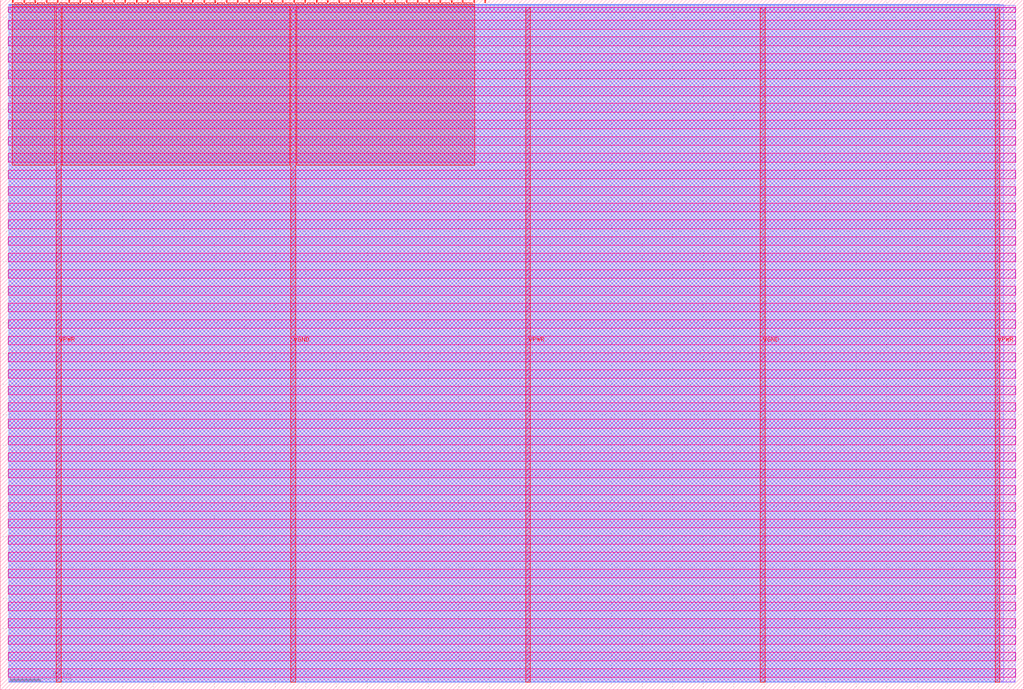
<source format=lef>
VERSION 5.7 ;
  NOWIREEXTENSIONATPIN ON ;
  DIVIDERCHAR "/" ;
  BUSBITCHARS "[]" ;
MACRO tt_um_jv_sigdel
  CLASS BLOCK ;
  FOREIGN tt_um_jv_sigdel ;
  ORIGIN 0.000 0.000 ;
  SIZE 334.880 BY 225.760 ;
  PIN VGND
    DIRECTION INOUT ;
    USE GROUND ;
    PORT
      LAYER met4 ;
        RECT 95.080 2.480 96.680 223.280 ;
    END
    PORT
      LAYER met4 ;
        RECT 248.680 2.480 250.280 223.280 ;
    END
  END VGND
  PIN VPWR
    DIRECTION INOUT ;
    USE POWER ;
    PORT
      LAYER met4 ;
        RECT 18.280 2.480 19.880 223.280 ;
    END
    PORT
      LAYER met4 ;
        RECT 171.880 2.480 173.480 223.280 ;
    END
    PORT
      LAYER met4 ;
        RECT 325.480 2.480 327.080 223.280 ;
    END
  END VPWR
  PIN clk
    DIRECTION INPUT ;
    USE SIGNAL ;
    ANTENNAGATEAREA 0.852000 ;
    PORT
      LAYER met4 ;
        RECT 154.870 224.760 155.170 225.760 ;
    END
  END clk
  PIN ena
    DIRECTION INPUT ;
    USE SIGNAL ;
    PORT
      LAYER met4 ;
        RECT 158.550 224.760 158.850 225.760 ;
    END
  END ena
  PIN rst_n
    DIRECTION INPUT ;
    USE SIGNAL ;
    ANTENNAGATEAREA 0.213000 ;
    PORT
      LAYER met4 ;
        RECT 151.190 224.760 151.490 225.760 ;
    END
  END rst_n
  PIN ui_in[0]
    DIRECTION INPUT ;
    USE SIGNAL ;
    ANTENNAGATEAREA 0.196500 ;
    PORT
      LAYER met4 ;
        RECT 147.510 224.760 147.810 225.760 ;
    END
  END ui_in[0]
  PIN ui_in[1]
    DIRECTION INPUT ;
    USE SIGNAL ;
    ANTENNAGATEAREA 0.213000 ;
    PORT
      LAYER met4 ;
        RECT 143.830 224.760 144.130 225.760 ;
    END
  END ui_in[1]
  PIN ui_in[2]
    DIRECTION INPUT ;
    USE SIGNAL ;
    ANTENNAGATEAREA 0.196500 ;
    PORT
      LAYER met4 ;
        RECT 140.150 224.760 140.450 225.760 ;
    END
  END ui_in[2]
  PIN ui_in[3]
    DIRECTION INPUT ;
    USE SIGNAL ;
    ANTENNAGATEAREA 0.213000 ;
    PORT
      LAYER met4 ;
        RECT 136.470 224.760 136.770 225.760 ;
    END
  END ui_in[3]
  PIN ui_in[4]
    DIRECTION INPUT ;
    USE SIGNAL ;
    ANTENNAGATEAREA 0.159000 ;
    PORT
      LAYER met4 ;
        RECT 132.790 224.760 133.090 225.760 ;
    END
  END ui_in[4]
  PIN ui_in[5]
    DIRECTION INPUT ;
    USE SIGNAL ;
    ANTENNAGATEAREA 0.159000 ;
    PORT
      LAYER met4 ;
        RECT 129.110 224.760 129.410 225.760 ;
    END
  END ui_in[5]
  PIN ui_in[6]
    DIRECTION INPUT ;
    USE SIGNAL ;
    ANTENNAGATEAREA 0.196500 ;
    PORT
      LAYER met4 ;
        RECT 125.430 224.760 125.730 225.760 ;
    END
  END ui_in[6]
  PIN ui_in[7]
    DIRECTION INPUT ;
    USE SIGNAL ;
    PORT
      LAYER met4 ;
        RECT 121.750 224.760 122.050 225.760 ;
    END
  END ui_in[7]
  PIN uio_in[0]
    DIRECTION INPUT ;
    USE SIGNAL ;
    PORT
      LAYER met4 ;
        RECT 118.070 224.760 118.370 225.760 ;
    END
  END uio_in[0]
  PIN uio_in[1]
    DIRECTION INPUT ;
    USE SIGNAL ;
    PORT
      LAYER met4 ;
        RECT 114.390 224.760 114.690 225.760 ;
    END
  END uio_in[1]
  PIN uio_in[2]
    DIRECTION INPUT ;
    USE SIGNAL ;
    PORT
      LAYER met4 ;
        RECT 110.710 224.760 111.010 225.760 ;
    END
  END uio_in[2]
  PIN uio_in[3]
    DIRECTION INPUT ;
    USE SIGNAL ;
    PORT
      LAYER met4 ;
        RECT 107.030 224.760 107.330 225.760 ;
    END
  END uio_in[3]
  PIN uio_in[4]
    DIRECTION INPUT ;
    USE SIGNAL ;
    PORT
      LAYER met4 ;
        RECT 103.350 224.760 103.650 225.760 ;
    END
  END uio_in[4]
  PIN uio_in[5]
    DIRECTION INPUT ;
    USE SIGNAL ;
    PORT
      LAYER met4 ;
        RECT 99.670 224.760 99.970 225.760 ;
    END
  END uio_in[5]
  PIN uio_in[6]
    DIRECTION INPUT ;
    USE SIGNAL ;
    PORT
      LAYER met4 ;
        RECT 95.990 224.760 96.290 225.760 ;
    END
  END uio_in[6]
  PIN uio_in[7]
    DIRECTION INPUT ;
    USE SIGNAL ;
    PORT
      LAYER met4 ;
        RECT 92.310 224.760 92.610 225.760 ;
    END
  END uio_in[7]
  PIN uio_oe[0]
    DIRECTION OUTPUT TRISTATE ;
    USE SIGNAL ;
    PORT
      LAYER met4 ;
        RECT 29.750 224.760 30.050 225.760 ;
    END
  END uio_oe[0]
  PIN uio_oe[1]
    DIRECTION OUTPUT TRISTATE ;
    USE SIGNAL ;
    PORT
      LAYER met4 ;
        RECT 26.070 224.760 26.370 225.760 ;
    END
  END uio_oe[1]
  PIN uio_oe[2]
    DIRECTION OUTPUT TRISTATE ;
    USE SIGNAL ;
    PORT
      LAYER met4 ;
        RECT 22.390 224.760 22.690 225.760 ;
    END
  END uio_oe[2]
  PIN uio_oe[3]
    DIRECTION OUTPUT TRISTATE ;
    USE SIGNAL ;
    PORT
      LAYER met4 ;
        RECT 18.710 224.760 19.010 225.760 ;
    END
  END uio_oe[3]
  PIN uio_oe[4]
    DIRECTION OUTPUT TRISTATE ;
    USE SIGNAL ;
    PORT
      LAYER met4 ;
        RECT 15.030 224.760 15.330 225.760 ;
    END
  END uio_oe[4]
  PIN uio_oe[5]
    DIRECTION OUTPUT TRISTATE ;
    USE SIGNAL ;
    PORT
      LAYER met4 ;
        RECT 11.350 224.760 11.650 225.760 ;
    END
  END uio_oe[5]
  PIN uio_oe[6]
    DIRECTION OUTPUT TRISTATE ;
    USE SIGNAL ;
    PORT
      LAYER met4 ;
        RECT 7.670 224.760 7.970 225.760 ;
    END
  END uio_oe[6]
  PIN uio_oe[7]
    DIRECTION OUTPUT TRISTATE ;
    USE SIGNAL ;
    PORT
      LAYER met4 ;
        RECT 3.990 224.760 4.290 225.760 ;
    END
  END uio_oe[7]
  PIN uio_out[0]
    DIRECTION OUTPUT TRISTATE ;
    USE SIGNAL ;
    PORT
      LAYER met4 ;
        RECT 59.190 224.760 59.490 225.760 ;
    END
  END uio_out[0]
  PIN uio_out[1]
    DIRECTION OUTPUT TRISTATE ;
    USE SIGNAL ;
    PORT
      LAYER met4 ;
        RECT 55.510 224.760 55.810 225.760 ;
    END
  END uio_out[1]
  PIN uio_out[2]
    DIRECTION OUTPUT TRISTATE ;
    USE SIGNAL ;
    PORT
      LAYER met4 ;
        RECT 51.830 224.760 52.130 225.760 ;
    END
  END uio_out[2]
  PIN uio_out[3]
    DIRECTION OUTPUT TRISTATE ;
    USE SIGNAL ;
    PORT
      LAYER met4 ;
        RECT 48.150 224.760 48.450 225.760 ;
    END
  END uio_out[3]
  PIN uio_out[4]
    DIRECTION OUTPUT TRISTATE ;
    USE SIGNAL ;
    PORT
      LAYER met4 ;
        RECT 44.470 224.760 44.770 225.760 ;
    END
  END uio_out[4]
  PIN uio_out[5]
    DIRECTION OUTPUT TRISTATE ;
    USE SIGNAL ;
    PORT
      LAYER met4 ;
        RECT 40.790 224.760 41.090 225.760 ;
    END
  END uio_out[5]
  PIN uio_out[6]
    DIRECTION OUTPUT TRISTATE ;
    USE SIGNAL ;
    PORT
      LAYER met4 ;
        RECT 37.110 224.760 37.410 225.760 ;
    END
  END uio_out[6]
  PIN uio_out[7]
    DIRECTION OUTPUT TRISTATE ;
    USE SIGNAL ;
    PORT
      LAYER met4 ;
        RECT 33.430 224.760 33.730 225.760 ;
    END
  END uio_out[7]
  PIN uo_out[0]
    DIRECTION OUTPUT TRISTATE ;
    USE SIGNAL ;
    ANTENNADIFFAREA 0.891000 ;
    PORT
      LAYER met4 ;
        RECT 88.630 224.760 88.930 225.760 ;
    END
  END uo_out[0]
  PIN uo_out[1]
    DIRECTION OUTPUT TRISTATE ;
    USE SIGNAL ;
    ANTENNADIFFAREA 0.891000 ;
    PORT
      LAYER met4 ;
        RECT 84.950 224.760 85.250 225.760 ;
    END
  END uo_out[1]
  PIN uo_out[2]
    DIRECTION OUTPUT TRISTATE ;
    USE SIGNAL ;
    ANTENNADIFFAREA 0.891000 ;
    PORT
      LAYER met4 ;
        RECT 81.270 224.760 81.570 225.760 ;
    END
  END uo_out[2]
  PIN uo_out[3]
    DIRECTION OUTPUT TRISTATE ;
    USE SIGNAL ;
    ANTENNADIFFAREA 1.443500 ;
    PORT
      LAYER met4 ;
        RECT 77.590 224.760 77.890 225.760 ;
    END
  END uo_out[3]
  PIN uo_out[4]
    DIRECTION OUTPUT TRISTATE ;
    USE SIGNAL ;
    ANTENNADIFFAREA 0.795200 ;
    PORT
      LAYER met4 ;
        RECT 73.910 224.760 74.210 225.760 ;
    END
  END uo_out[4]
  PIN uo_out[5]
    DIRECTION OUTPUT TRISTATE ;
    USE SIGNAL ;
    ANTENNADIFFAREA 0.445500 ;
    PORT
      LAYER met4 ;
        RECT 70.230 224.760 70.530 225.760 ;
    END
  END uo_out[5]
  PIN uo_out[6]
    DIRECTION OUTPUT TRISTATE ;
    USE SIGNAL ;
    ANTENNADIFFAREA 0.795200 ;
    PORT
      LAYER met4 ;
        RECT 66.550 224.760 66.850 225.760 ;
    END
  END uo_out[6]
  PIN uo_out[7]
    DIRECTION OUTPUT TRISTATE ;
    USE SIGNAL ;
    ANTENNADIFFAREA 0.795200 ;
    PORT
      LAYER met4 ;
        RECT 62.870 224.760 63.170 225.760 ;
    END
  END uo_out[7]
  OBS
      LAYER nwell ;
        RECT 2.570 221.625 332.310 223.230 ;
        RECT 2.570 216.185 332.310 219.015 ;
        RECT 2.570 210.745 332.310 213.575 ;
        RECT 2.570 205.305 332.310 208.135 ;
        RECT 2.570 199.865 332.310 202.695 ;
        RECT 2.570 194.425 332.310 197.255 ;
        RECT 2.570 188.985 332.310 191.815 ;
        RECT 2.570 183.545 332.310 186.375 ;
        RECT 2.570 178.105 332.310 180.935 ;
        RECT 2.570 172.665 332.310 175.495 ;
        RECT 2.570 167.225 332.310 170.055 ;
        RECT 2.570 161.785 332.310 164.615 ;
        RECT 2.570 156.345 332.310 159.175 ;
        RECT 2.570 150.905 332.310 153.735 ;
        RECT 2.570 145.465 332.310 148.295 ;
        RECT 2.570 140.025 332.310 142.855 ;
        RECT 2.570 134.585 332.310 137.415 ;
        RECT 2.570 129.145 332.310 131.975 ;
        RECT 2.570 123.705 332.310 126.535 ;
        RECT 2.570 118.265 332.310 121.095 ;
        RECT 2.570 112.825 332.310 115.655 ;
        RECT 2.570 107.385 332.310 110.215 ;
        RECT 2.570 101.945 332.310 104.775 ;
        RECT 2.570 96.505 332.310 99.335 ;
        RECT 2.570 91.065 332.310 93.895 ;
        RECT 2.570 85.625 332.310 88.455 ;
        RECT 2.570 80.185 332.310 83.015 ;
        RECT 2.570 74.745 332.310 77.575 ;
        RECT 2.570 69.305 332.310 72.135 ;
        RECT 2.570 63.865 332.310 66.695 ;
        RECT 2.570 58.425 332.310 61.255 ;
        RECT 2.570 52.985 332.310 55.815 ;
        RECT 2.570 47.545 332.310 50.375 ;
        RECT 2.570 42.105 332.310 44.935 ;
        RECT 2.570 36.665 332.310 39.495 ;
        RECT 2.570 31.225 332.310 34.055 ;
        RECT 2.570 25.785 332.310 28.615 ;
        RECT 2.570 20.345 332.310 23.175 ;
        RECT 2.570 14.905 332.310 17.735 ;
        RECT 2.570 9.465 332.310 12.295 ;
        RECT 2.570 4.025 332.310 6.855 ;
      LAYER li1 ;
        RECT 2.760 2.635 332.120 223.125 ;
      LAYER met1 ;
        RECT 2.760 2.480 332.120 224.020 ;
      LAYER met2 ;
        RECT 2.850 2.535 328.340 224.050 ;
      LAYER met3 ;
        RECT 2.825 2.555 327.070 224.220 ;
      LAYER met4 ;
        RECT 4.690 224.360 7.270 224.760 ;
        RECT 8.370 224.360 10.950 224.760 ;
        RECT 12.050 224.360 14.630 224.760 ;
        RECT 15.730 224.360 18.310 224.760 ;
        RECT 19.410 224.360 21.990 224.760 ;
        RECT 23.090 224.360 25.670 224.760 ;
        RECT 26.770 224.360 29.350 224.760 ;
        RECT 30.450 224.360 33.030 224.760 ;
        RECT 34.130 224.360 36.710 224.760 ;
        RECT 37.810 224.360 40.390 224.760 ;
        RECT 41.490 224.360 44.070 224.760 ;
        RECT 45.170 224.360 47.750 224.760 ;
        RECT 48.850 224.360 51.430 224.760 ;
        RECT 52.530 224.360 55.110 224.760 ;
        RECT 56.210 224.360 58.790 224.760 ;
        RECT 59.890 224.360 62.470 224.760 ;
        RECT 63.570 224.360 66.150 224.760 ;
        RECT 67.250 224.360 69.830 224.760 ;
        RECT 70.930 224.360 73.510 224.760 ;
        RECT 74.610 224.360 77.190 224.760 ;
        RECT 78.290 224.360 80.870 224.760 ;
        RECT 81.970 224.360 84.550 224.760 ;
        RECT 85.650 224.360 88.230 224.760 ;
        RECT 89.330 224.360 91.910 224.760 ;
        RECT 93.010 224.360 95.590 224.760 ;
        RECT 96.690 224.360 99.270 224.760 ;
        RECT 100.370 224.360 102.950 224.760 ;
        RECT 104.050 224.360 106.630 224.760 ;
        RECT 107.730 224.360 110.310 224.760 ;
        RECT 111.410 224.360 113.990 224.760 ;
        RECT 115.090 224.360 117.670 224.760 ;
        RECT 118.770 224.360 121.350 224.760 ;
        RECT 122.450 224.360 125.030 224.760 ;
        RECT 126.130 224.360 128.710 224.760 ;
        RECT 129.810 224.360 132.390 224.760 ;
        RECT 133.490 224.360 136.070 224.760 ;
        RECT 137.170 224.360 139.750 224.760 ;
        RECT 140.850 224.360 143.430 224.760 ;
        RECT 144.530 224.360 147.110 224.760 ;
        RECT 148.210 224.360 150.790 224.760 ;
        RECT 151.890 224.360 154.470 224.760 ;
        RECT 3.975 223.680 155.185 224.360 ;
        RECT 3.975 171.535 17.880 223.680 ;
        RECT 20.280 171.535 94.680 223.680 ;
        RECT 97.080 171.535 155.185 223.680 ;
  END
END tt_um_jv_sigdel
END LIBRARY


</source>
